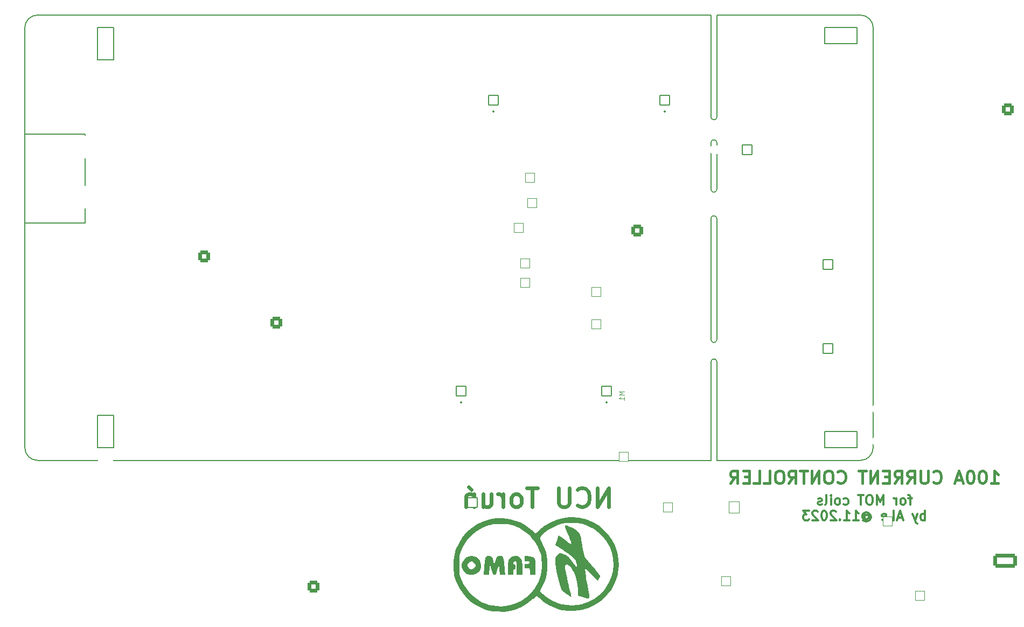
<source format=gbo>
%TF.GenerationSoftware,KiCad,Pcbnew,7.0.1*%
%TF.CreationDate,2023-11-29T10:40:00+01:00*%
%TF.ProjectId,current100A_Artiq,63757272-656e-4743-9130-30415f417274,rev?*%
%TF.SameCoordinates,Original*%
%TF.FileFunction,Legend,Bot*%
%TF.FilePolarity,Positive*%
%FSLAX46Y46*%
G04 Gerber Fmt 4.6, Leading zero omitted, Abs format (unit mm)*
G04 Created by KiCad (PCBNEW 7.0.1) date 2023-11-29 10:40:00*
%MOMM*%
%LPD*%
G01*
G04 APERTURE LIST*
G04 Aperture macros list*
%AMRoundRect*
0 Rectangle with rounded corners*
0 $1 Rounding radius*
0 $2 $3 $4 $5 $6 $7 $8 $9 X,Y pos of 4 corners*
0 Add a 4 corners polygon primitive as box body*
4,1,4,$2,$3,$4,$5,$6,$7,$8,$9,$2,$3,0*
0 Add four circle primitives for the rounded corners*
1,1,$1+$1,$2,$3*
1,1,$1+$1,$4,$5*
1,1,$1+$1,$6,$7*
1,1,$1+$1,$8,$9*
0 Add four rect primitives between the rounded corners*
20,1,$1+$1,$2,$3,$4,$5,0*
20,1,$1+$1,$4,$5,$6,$7,0*
20,1,$1+$1,$6,$7,$8,$9,0*
20,1,$1+$1,$8,$9,$2,$3,0*%
G04 Aperture macros list end*
%ADD10C,0.600000*%
%ADD11C,0.400000*%
%ADD12C,0.300000*%
%ADD13C,0.120000*%
%ADD14C,0.127000*%
%ADD15C,0.150000*%
%ADD16C,0.200000*%
%ADD17RoundRect,0.050000X0.762000X0.762000X-0.762000X0.762000X-0.762000X-0.762000X0.762000X-0.762000X0*%
%ADD18C,1.624000*%
%ADD19RoundRect,0.050000X0.750000X0.750000X-0.750000X0.750000X-0.750000X-0.750000X0.750000X-0.750000X0*%
%ADD20RoundRect,0.050000X-0.750000X-0.750000X0.750000X-0.750000X0.750000X0.750000X-0.750000X0.750000X0*%
%ADD21RoundRect,0.300000X0.600000X0.600000X-0.600000X0.600000X-0.600000X-0.600000X0.600000X-0.600000X0*%
%ADD22C,1.800000*%
%ADD23C,2.350000*%
%ADD24RoundRect,0.050000X0.762000X-0.762000X0.762000X0.762000X-0.762000X0.762000X-0.762000X-0.762000X0*%
%ADD25C,2.100000*%
%ADD26C,5.700000*%
%ADD27RoundRect,0.050000X0.750000X-0.750000X0.750000X0.750000X-0.750000X0.750000X-0.750000X-0.750000X0*%
%ADD28O,2.600000X1.700000*%
%ADD29O,7.100000X3.600000*%
%ADD30C,4.800000*%
%ADD31RoundRect,0.300000X-0.600000X-0.600000X0.600000X-0.600000X0.600000X0.600000X-0.600000X0.600000X0*%
%ADD32O,2.600000X1.600000*%
%ADD33C,0.400000*%
%ADD34RoundRect,0.050000X-0.800000X-0.900000X0.800000X-0.900000X0.800000X0.900000X-0.800000X0.900000X0*%
%ADD35RoundRect,0.299999X1.550001X-0.790001X1.550001X0.790001X-1.550001X0.790001X-1.550001X-0.790001X0*%
%ADD36O,3.700000X2.180000*%
%ADD37RoundRect,0.050000X-0.750000X0.750000X-0.750000X-0.750000X0.750000X-0.750000X0.750000X0.750000X0*%
%ADD38C,3.300000*%
%ADD39RoundRect,0.050000X0.765000X-0.765000X0.765000X0.765000X-0.765000X0.765000X-0.765000X-0.765000X0*%
%ADD40C,1.630000*%
G04 APERTURE END LIST*
D10*
X91868714Y-78372857D02*
X91868714Y-75372857D01*
X91868714Y-75372857D02*
X90154428Y-78372857D01*
X90154428Y-78372857D02*
X90154428Y-75372857D01*
X87011571Y-78087142D02*
X87154428Y-78230000D01*
X87154428Y-78230000D02*
X87583000Y-78372857D01*
X87583000Y-78372857D02*
X87868714Y-78372857D01*
X87868714Y-78372857D02*
X88297285Y-78230000D01*
X88297285Y-78230000D02*
X88583000Y-77944285D01*
X88583000Y-77944285D02*
X88725857Y-77658571D01*
X88725857Y-77658571D02*
X88868714Y-77087142D01*
X88868714Y-77087142D02*
X88868714Y-76658571D01*
X88868714Y-76658571D02*
X88725857Y-76087142D01*
X88725857Y-76087142D02*
X88583000Y-75801428D01*
X88583000Y-75801428D02*
X88297285Y-75515714D01*
X88297285Y-75515714D02*
X87868714Y-75372857D01*
X87868714Y-75372857D02*
X87583000Y-75372857D01*
X87583000Y-75372857D02*
X87154428Y-75515714D01*
X87154428Y-75515714D02*
X87011571Y-75658571D01*
X85725857Y-75372857D02*
X85725857Y-77801428D01*
X85725857Y-77801428D02*
X85583000Y-78087142D01*
X85583000Y-78087142D02*
X85440143Y-78230000D01*
X85440143Y-78230000D02*
X85154428Y-78372857D01*
X85154428Y-78372857D02*
X84583000Y-78372857D01*
X84583000Y-78372857D02*
X84297285Y-78230000D01*
X84297285Y-78230000D02*
X84154428Y-78087142D01*
X84154428Y-78087142D02*
X84011571Y-77801428D01*
X84011571Y-77801428D02*
X84011571Y-75372857D01*
X80725857Y-75372857D02*
X79011572Y-75372857D01*
X79868714Y-78372857D02*
X79868714Y-75372857D01*
X77583000Y-78372857D02*
X77868715Y-78230000D01*
X77868715Y-78230000D02*
X78011572Y-78087142D01*
X78011572Y-78087142D02*
X78154429Y-77801428D01*
X78154429Y-77801428D02*
X78154429Y-76944285D01*
X78154429Y-76944285D02*
X78011572Y-76658571D01*
X78011572Y-76658571D02*
X77868715Y-76515714D01*
X77868715Y-76515714D02*
X77583000Y-76372857D01*
X77583000Y-76372857D02*
X77154429Y-76372857D01*
X77154429Y-76372857D02*
X76868715Y-76515714D01*
X76868715Y-76515714D02*
X76725858Y-76658571D01*
X76725858Y-76658571D02*
X76583000Y-76944285D01*
X76583000Y-76944285D02*
X76583000Y-77801428D01*
X76583000Y-77801428D02*
X76725858Y-78087142D01*
X76725858Y-78087142D02*
X76868715Y-78230000D01*
X76868715Y-78230000D02*
X77154429Y-78372857D01*
X77154429Y-78372857D02*
X77583000Y-78372857D01*
X75297286Y-78372857D02*
X75297286Y-76372857D01*
X75297286Y-76944285D02*
X75154429Y-76658571D01*
X75154429Y-76658571D02*
X75011572Y-76515714D01*
X75011572Y-76515714D02*
X74725857Y-76372857D01*
X74725857Y-76372857D02*
X74440143Y-76372857D01*
X72154429Y-76372857D02*
X72154429Y-78372857D01*
X73440143Y-76372857D02*
X73440143Y-77944285D01*
X73440143Y-77944285D02*
X73297286Y-78230000D01*
X73297286Y-78230000D02*
X73011571Y-78372857D01*
X73011571Y-78372857D02*
X72583000Y-78372857D01*
X72583000Y-78372857D02*
X72297286Y-78230000D01*
X72297286Y-78230000D02*
X72154429Y-78087142D01*
X70725857Y-76372857D02*
X70725857Y-78372857D01*
X70725857Y-76658571D02*
X70583000Y-76515714D01*
X70583000Y-76515714D02*
X70297285Y-76372857D01*
X70297285Y-76372857D02*
X69868714Y-76372857D01*
X69868714Y-76372857D02*
X69583000Y-76515714D01*
X69583000Y-76515714D02*
X69440143Y-76801428D01*
X69440143Y-76801428D02*
X69440143Y-78372857D01*
X69868714Y-75230000D02*
X70297285Y-75658571D01*
D11*
X151984763Y-74685238D02*
X153127620Y-74685238D01*
X152556192Y-74685238D02*
X152556192Y-72685238D01*
X152556192Y-72685238D02*
X152746668Y-72970952D01*
X152746668Y-72970952D02*
X152937144Y-73161428D01*
X152937144Y-73161428D02*
X153127620Y-73256666D01*
X150746668Y-72685238D02*
X150556191Y-72685238D01*
X150556191Y-72685238D02*
X150365715Y-72780476D01*
X150365715Y-72780476D02*
X150270477Y-72875714D01*
X150270477Y-72875714D02*
X150175239Y-73066190D01*
X150175239Y-73066190D02*
X150080001Y-73447142D01*
X150080001Y-73447142D02*
X150080001Y-73923333D01*
X150080001Y-73923333D02*
X150175239Y-74304285D01*
X150175239Y-74304285D02*
X150270477Y-74494761D01*
X150270477Y-74494761D02*
X150365715Y-74590000D01*
X150365715Y-74590000D02*
X150556191Y-74685238D01*
X150556191Y-74685238D02*
X150746668Y-74685238D01*
X150746668Y-74685238D02*
X150937144Y-74590000D01*
X150937144Y-74590000D02*
X151032382Y-74494761D01*
X151032382Y-74494761D02*
X151127620Y-74304285D01*
X151127620Y-74304285D02*
X151222858Y-73923333D01*
X151222858Y-73923333D02*
X151222858Y-73447142D01*
X151222858Y-73447142D02*
X151127620Y-73066190D01*
X151127620Y-73066190D02*
X151032382Y-72875714D01*
X151032382Y-72875714D02*
X150937144Y-72780476D01*
X150937144Y-72780476D02*
X150746668Y-72685238D01*
X148841906Y-72685238D02*
X148651429Y-72685238D01*
X148651429Y-72685238D02*
X148460953Y-72780476D01*
X148460953Y-72780476D02*
X148365715Y-72875714D01*
X148365715Y-72875714D02*
X148270477Y-73066190D01*
X148270477Y-73066190D02*
X148175239Y-73447142D01*
X148175239Y-73447142D02*
X148175239Y-73923333D01*
X148175239Y-73923333D02*
X148270477Y-74304285D01*
X148270477Y-74304285D02*
X148365715Y-74494761D01*
X148365715Y-74494761D02*
X148460953Y-74590000D01*
X148460953Y-74590000D02*
X148651429Y-74685238D01*
X148651429Y-74685238D02*
X148841906Y-74685238D01*
X148841906Y-74685238D02*
X149032382Y-74590000D01*
X149032382Y-74590000D02*
X149127620Y-74494761D01*
X149127620Y-74494761D02*
X149222858Y-74304285D01*
X149222858Y-74304285D02*
X149318096Y-73923333D01*
X149318096Y-73923333D02*
X149318096Y-73447142D01*
X149318096Y-73447142D02*
X149222858Y-73066190D01*
X149222858Y-73066190D02*
X149127620Y-72875714D01*
X149127620Y-72875714D02*
X149032382Y-72780476D01*
X149032382Y-72780476D02*
X148841906Y-72685238D01*
X147413334Y-74113809D02*
X146460953Y-74113809D01*
X147603810Y-74685238D02*
X146937144Y-72685238D01*
X146937144Y-72685238D02*
X146270477Y-74685238D01*
X142937143Y-74494761D02*
X143032381Y-74590000D01*
X143032381Y-74590000D02*
X143318095Y-74685238D01*
X143318095Y-74685238D02*
X143508571Y-74685238D01*
X143508571Y-74685238D02*
X143794286Y-74590000D01*
X143794286Y-74590000D02*
X143984762Y-74399523D01*
X143984762Y-74399523D02*
X144080000Y-74209047D01*
X144080000Y-74209047D02*
X144175238Y-73828095D01*
X144175238Y-73828095D02*
X144175238Y-73542380D01*
X144175238Y-73542380D02*
X144080000Y-73161428D01*
X144080000Y-73161428D02*
X143984762Y-72970952D01*
X143984762Y-72970952D02*
X143794286Y-72780476D01*
X143794286Y-72780476D02*
X143508571Y-72685238D01*
X143508571Y-72685238D02*
X143318095Y-72685238D01*
X143318095Y-72685238D02*
X143032381Y-72780476D01*
X143032381Y-72780476D02*
X142937143Y-72875714D01*
X142080000Y-72685238D02*
X142080000Y-74304285D01*
X142080000Y-74304285D02*
X141984762Y-74494761D01*
X141984762Y-74494761D02*
X141889524Y-74590000D01*
X141889524Y-74590000D02*
X141699048Y-74685238D01*
X141699048Y-74685238D02*
X141318095Y-74685238D01*
X141318095Y-74685238D02*
X141127619Y-74590000D01*
X141127619Y-74590000D02*
X141032381Y-74494761D01*
X141032381Y-74494761D02*
X140937143Y-74304285D01*
X140937143Y-74304285D02*
X140937143Y-72685238D01*
X138841905Y-74685238D02*
X139508572Y-73732857D01*
X139984762Y-74685238D02*
X139984762Y-72685238D01*
X139984762Y-72685238D02*
X139222857Y-72685238D01*
X139222857Y-72685238D02*
X139032381Y-72780476D01*
X139032381Y-72780476D02*
X138937143Y-72875714D01*
X138937143Y-72875714D02*
X138841905Y-73066190D01*
X138841905Y-73066190D02*
X138841905Y-73351904D01*
X138841905Y-73351904D02*
X138937143Y-73542380D01*
X138937143Y-73542380D02*
X139032381Y-73637619D01*
X139032381Y-73637619D02*
X139222857Y-73732857D01*
X139222857Y-73732857D02*
X139984762Y-73732857D01*
X136841905Y-74685238D02*
X137508572Y-73732857D01*
X137984762Y-74685238D02*
X137984762Y-72685238D01*
X137984762Y-72685238D02*
X137222857Y-72685238D01*
X137222857Y-72685238D02*
X137032381Y-72780476D01*
X137032381Y-72780476D02*
X136937143Y-72875714D01*
X136937143Y-72875714D02*
X136841905Y-73066190D01*
X136841905Y-73066190D02*
X136841905Y-73351904D01*
X136841905Y-73351904D02*
X136937143Y-73542380D01*
X136937143Y-73542380D02*
X137032381Y-73637619D01*
X137032381Y-73637619D02*
X137222857Y-73732857D01*
X137222857Y-73732857D02*
X137984762Y-73732857D01*
X135984762Y-73637619D02*
X135318095Y-73637619D01*
X135032381Y-74685238D02*
X135984762Y-74685238D01*
X135984762Y-74685238D02*
X135984762Y-72685238D01*
X135984762Y-72685238D02*
X135032381Y-72685238D01*
X134175238Y-74685238D02*
X134175238Y-72685238D01*
X134175238Y-72685238D02*
X133032381Y-74685238D01*
X133032381Y-74685238D02*
X133032381Y-72685238D01*
X132365714Y-72685238D02*
X131222857Y-72685238D01*
X131794286Y-74685238D02*
X131794286Y-72685238D01*
X127889523Y-74494761D02*
X127984761Y-74590000D01*
X127984761Y-74590000D02*
X128270475Y-74685238D01*
X128270475Y-74685238D02*
X128460951Y-74685238D01*
X128460951Y-74685238D02*
X128746666Y-74590000D01*
X128746666Y-74590000D02*
X128937142Y-74399523D01*
X128937142Y-74399523D02*
X129032380Y-74209047D01*
X129032380Y-74209047D02*
X129127618Y-73828095D01*
X129127618Y-73828095D02*
X129127618Y-73542380D01*
X129127618Y-73542380D02*
X129032380Y-73161428D01*
X129032380Y-73161428D02*
X128937142Y-72970952D01*
X128937142Y-72970952D02*
X128746666Y-72780476D01*
X128746666Y-72780476D02*
X128460951Y-72685238D01*
X128460951Y-72685238D02*
X128270475Y-72685238D01*
X128270475Y-72685238D02*
X127984761Y-72780476D01*
X127984761Y-72780476D02*
X127889523Y-72875714D01*
X126651428Y-72685238D02*
X126270475Y-72685238D01*
X126270475Y-72685238D02*
X126079999Y-72780476D01*
X126079999Y-72780476D02*
X125889523Y-72970952D01*
X125889523Y-72970952D02*
X125794285Y-73351904D01*
X125794285Y-73351904D02*
X125794285Y-74018571D01*
X125794285Y-74018571D02*
X125889523Y-74399523D01*
X125889523Y-74399523D02*
X126079999Y-74590000D01*
X126079999Y-74590000D02*
X126270475Y-74685238D01*
X126270475Y-74685238D02*
X126651428Y-74685238D01*
X126651428Y-74685238D02*
X126841904Y-74590000D01*
X126841904Y-74590000D02*
X127032380Y-74399523D01*
X127032380Y-74399523D02*
X127127618Y-74018571D01*
X127127618Y-74018571D02*
X127127618Y-73351904D01*
X127127618Y-73351904D02*
X127032380Y-72970952D01*
X127032380Y-72970952D02*
X126841904Y-72780476D01*
X126841904Y-72780476D02*
X126651428Y-72685238D01*
X124937142Y-74685238D02*
X124937142Y-72685238D01*
X124937142Y-72685238D02*
X123794285Y-74685238D01*
X123794285Y-74685238D02*
X123794285Y-72685238D01*
X123127618Y-72685238D02*
X121984761Y-72685238D01*
X122556190Y-74685238D02*
X122556190Y-72685238D01*
X120175237Y-74685238D02*
X120841904Y-73732857D01*
X121318094Y-74685238D02*
X121318094Y-72685238D01*
X121318094Y-72685238D02*
X120556189Y-72685238D01*
X120556189Y-72685238D02*
X120365713Y-72780476D01*
X120365713Y-72780476D02*
X120270475Y-72875714D01*
X120270475Y-72875714D02*
X120175237Y-73066190D01*
X120175237Y-73066190D02*
X120175237Y-73351904D01*
X120175237Y-73351904D02*
X120270475Y-73542380D01*
X120270475Y-73542380D02*
X120365713Y-73637619D01*
X120365713Y-73637619D02*
X120556189Y-73732857D01*
X120556189Y-73732857D02*
X121318094Y-73732857D01*
X118937142Y-72685238D02*
X118556189Y-72685238D01*
X118556189Y-72685238D02*
X118365713Y-72780476D01*
X118365713Y-72780476D02*
X118175237Y-72970952D01*
X118175237Y-72970952D02*
X118079999Y-73351904D01*
X118079999Y-73351904D02*
X118079999Y-74018571D01*
X118079999Y-74018571D02*
X118175237Y-74399523D01*
X118175237Y-74399523D02*
X118365713Y-74590000D01*
X118365713Y-74590000D02*
X118556189Y-74685238D01*
X118556189Y-74685238D02*
X118937142Y-74685238D01*
X118937142Y-74685238D02*
X119127618Y-74590000D01*
X119127618Y-74590000D02*
X119318094Y-74399523D01*
X119318094Y-74399523D02*
X119413332Y-74018571D01*
X119413332Y-74018571D02*
X119413332Y-73351904D01*
X119413332Y-73351904D02*
X119318094Y-72970952D01*
X119318094Y-72970952D02*
X119127618Y-72780476D01*
X119127618Y-72780476D02*
X118937142Y-72685238D01*
X116270475Y-74685238D02*
X117222856Y-74685238D01*
X117222856Y-74685238D02*
X117222856Y-72685238D01*
X114651427Y-74685238D02*
X115603808Y-74685238D01*
X115603808Y-74685238D02*
X115603808Y-72685238D01*
X113984760Y-73637619D02*
X113318093Y-73637619D01*
X113032379Y-74685238D02*
X113984760Y-74685238D01*
X113984760Y-74685238D02*
X113984760Y-72685238D01*
X113984760Y-72685238D02*
X113032379Y-72685238D01*
X111032379Y-74685238D02*
X111699046Y-73732857D01*
X112175236Y-74685238D02*
X112175236Y-72685238D01*
X112175236Y-72685238D02*
X111413331Y-72685238D01*
X111413331Y-72685238D02*
X111222855Y-72780476D01*
X111222855Y-72780476D02*
X111127617Y-72875714D01*
X111127617Y-72875714D02*
X111032379Y-73066190D01*
X111032379Y-73066190D02*
X111032379Y-73351904D01*
X111032379Y-73351904D02*
X111127617Y-73542380D01*
X111127617Y-73542380D02*
X111222855Y-73637619D01*
X111222855Y-73637619D02*
X111413331Y-73732857D01*
X111413331Y-73732857D02*
X112175236Y-73732857D01*
D12*
X139544285Y-77031428D02*
X138972857Y-77031428D01*
X139330000Y-78031428D02*
X139330000Y-76745714D01*
X139330000Y-76745714D02*
X139258571Y-76602857D01*
X139258571Y-76602857D02*
X139115714Y-76531428D01*
X139115714Y-76531428D02*
X138972857Y-76531428D01*
X138258571Y-78031428D02*
X138401428Y-77960000D01*
X138401428Y-77960000D02*
X138472857Y-77888571D01*
X138472857Y-77888571D02*
X138544285Y-77745714D01*
X138544285Y-77745714D02*
X138544285Y-77317142D01*
X138544285Y-77317142D02*
X138472857Y-77174285D01*
X138472857Y-77174285D02*
X138401428Y-77102857D01*
X138401428Y-77102857D02*
X138258571Y-77031428D01*
X138258571Y-77031428D02*
X138044285Y-77031428D01*
X138044285Y-77031428D02*
X137901428Y-77102857D01*
X137901428Y-77102857D02*
X137830000Y-77174285D01*
X137830000Y-77174285D02*
X137758571Y-77317142D01*
X137758571Y-77317142D02*
X137758571Y-77745714D01*
X137758571Y-77745714D02*
X137830000Y-77888571D01*
X137830000Y-77888571D02*
X137901428Y-77960000D01*
X137901428Y-77960000D02*
X138044285Y-78031428D01*
X138044285Y-78031428D02*
X138258571Y-78031428D01*
X137115714Y-78031428D02*
X137115714Y-77031428D01*
X137115714Y-77317142D02*
X137044285Y-77174285D01*
X137044285Y-77174285D02*
X136972857Y-77102857D01*
X136972857Y-77102857D02*
X136829999Y-77031428D01*
X136829999Y-77031428D02*
X136687142Y-77031428D01*
X135044286Y-78031428D02*
X135044286Y-76531428D01*
X135044286Y-76531428D02*
X134544286Y-77602857D01*
X134544286Y-77602857D02*
X134044286Y-76531428D01*
X134044286Y-76531428D02*
X134044286Y-78031428D01*
X133044285Y-76531428D02*
X132758571Y-76531428D01*
X132758571Y-76531428D02*
X132615714Y-76602857D01*
X132615714Y-76602857D02*
X132472857Y-76745714D01*
X132472857Y-76745714D02*
X132401428Y-77031428D01*
X132401428Y-77031428D02*
X132401428Y-77531428D01*
X132401428Y-77531428D02*
X132472857Y-77817142D01*
X132472857Y-77817142D02*
X132615714Y-77960000D01*
X132615714Y-77960000D02*
X132758571Y-78031428D01*
X132758571Y-78031428D02*
X133044285Y-78031428D01*
X133044285Y-78031428D02*
X133187143Y-77960000D01*
X133187143Y-77960000D02*
X133330000Y-77817142D01*
X133330000Y-77817142D02*
X133401428Y-77531428D01*
X133401428Y-77531428D02*
X133401428Y-77031428D01*
X133401428Y-77031428D02*
X133330000Y-76745714D01*
X133330000Y-76745714D02*
X133187143Y-76602857D01*
X133187143Y-76602857D02*
X133044285Y-76531428D01*
X131972856Y-76531428D02*
X131115714Y-76531428D01*
X131544285Y-78031428D02*
X131544285Y-76531428D01*
X128830000Y-77960000D02*
X128972857Y-78031428D01*
X128972857Y-78031428D02*
X129258571Y-78031428D01*
X129258571Y-78031428D02*
X129401428Y-77960000D01*
X129401428Y-77960000D02*
X129472857Y-77888571D01*
X129472857Y-77888571D02*
X129544285Y-77745714D01*
X129544285Y-77745714D02*
X129544285Y-77317142D01*
X129544285Y-77317142D02*
X129472857Y-77174285D01*
X129472857Y-77174285D02*
X129401428Y-77102857D01*
X129401428Y-77102857D02*
X129258571Y-77031428D01*
X129258571Y-77031428D02*
X128972857Y-77031428D01*
X128972857Y-77031428D02*
X128830000Y-77102857D01*
X127972857Y-78031428D02*
X128115714Y-77960000D01*
X128115714Y-77960000D02*
X128187143Y-77888571D01*
X128187143Y-77888571D02*
X128258571Y-77745714D01*
X128258571Y-77745714D02*
X128258571Y-77317142D01*
X128258571Y-77317142D02*
X128187143Y-77174285D01*
X128187143Y-77174285D02*
X128115714Y-77102857D01*
X128115714Y-77102857D02*
X127972857Y-77031428D01*
X127972857Y-77031428D02*
X127758571Y-77031428D01*
X127758571Y-77031428D02*
X127615714Y-77102857D01*
X127615714Y-77102857D02*
X127544286Y-77174285D01*
X127544286Y-77174285D02*
X127472857Y-77317142D01*
X127472857Y-77317142D02*
X127472857Y-77745714D01*
X127472857Y-77745714D02*
X127544286Y-77888571D01*
X127544286Y-77888571D02*
X127615714Y-77960000D01*
X127615714Y-77960000D02*
X127758571Y-78031428D01*
X127758571Y-78031428D02*
X127972857Y-78031428D01*
X126830000Y-78031428D02*
X126830000Y-77031428D01*
X126830000Y-76531428D02*
X126901428Y-76602857D01*
X126901428Y-76602857D02*
X126830000Y-76674285D01*
X126830000Y-76674285D02*
X126758571Y-76602857D01*
X126758571Y-76602857D02*
X126830000Y-76531428D01*
X126830000Y-76531428D02*
X126830000Y-76674285D01*
X125901428Y-78031428D02*
X126044285Y-77960000D01*
X126044285Y-77960000D02*
X126115714Y-77817142D01*
X126115714Y-77817142D02*
X126115714Y-76531428D01*
X125401428Y-77960000D02*
X125258571Y-78031428D01*
X125258571Y-78031428D02*
X124972857Y-78031428D01*
X124972857Y-78031428D02*
X124830000Y-77960000D01*
X124830000Y-77960000D02*
X124758571Y-77817142D01*
X124758571Y-77817142D02*
X124758571Y-77745714D01*
X124758571Y-77745714D02*
X124830000Y-77602857D01*
X124830000Y-77602857D02*
X124972857Y-77531428D01*
X124972857Y-77531428D02*
X125187143Y-77531428D01*
X125187143Y-77531428D02*
X125330000Y-77460000D01*
X125330000Y-77460000D02*
X125401428Y-77317142D01*
X125401428Y-77317142D02*
X125401428Y-77245714D01*
X125401428Y-77245714D02*
X125330000Y-77102857D01*
X125330000Y-77102857D02*
X125187143Y-77031428D01*
X125187143Y-77031428D02*
X124972857Y-77031428D01*
X124972857Y-77031428D02*
X124830000Y-77102857D01*
X141615712Y-80461428D02*
X141615712Y-78961428D01*
X141615712Y-79532857D02*
X141472855Y-79461428D01*
X141472855Y-79461428D02*
X141187140Y-79461428D01*
X141187140Y-79461428D02*
X141044283Y-79532857D01*
X141044283Y-79532857D02*
X140972855Y-79604285D01*
X140972855Y-79604285D02*
X140901426Y-79747142D01*
X140901426Y-79747142D02*
X140901426Y-80175714D01*
X140901426Y-80175714D02*
X140972855Y-80318571D01*
X140972855Y-80318571D02*
X141044283Y-80390000D01*
X141044283Y-80390000D02*
X141187140Y-80461428D01*
X141187140Y-80461428D02*
X141472855Y-80461428D01*
X141472855Y-80461428D02*
X141615712Y-80390000D01*
X140401426Y-79461428D02*
X140044283Y-80461428D01*
X139687140Y-79461428D02*
X140044283Y-80461428D01*
X140044283Y-80461428D02*
X140187140Y-80818571D01*
X140187140Y-80818571D02*
X140258569Y-80890000D01*
X140258569Y-80890000D02*
X140401426Y-80961428D01*
X138044283Y-80032857D02*
X137329998Y-80032857D01*
X138187140Y-80461428D02*
X137687140Y-78961428D01*
X137687140Y-78961428D02*
X137187140Y-80461428D01*
X135972855Y-80461428D02*
X136687141Y-80461428D01*
X136687141Y-80461428D02*
X136687141Y-78961428D01*
X134901426Y-80390000D02*
X135044283Y-80461428D01*
X135044283Y-80461428D02*
X135329998Y-80461428D01*
X135329998Y-80461428D02*
X135472855Y-80390000D01*
X135472855Y-80390000D02*
X135544283Y-80247142D01*
X135544283Y-80247142D02*
X135544283Y-79675714D01*
X135544283Y-79675714D02*
X135472855Y-79532857D01*
X135472855Y-79532857D02*
X135329998Y-79461428D01*
X135329998Y-79461428D02*
X135044283Y-79461428D01*
X135044283Y-79461428D02*
X134901426Y-79532857D01*
X134901426Y-79532857D02*
X134829998Y-79675714D01*
X134829998Y-79675714D02*
X134829998Y-79818571D01*
X134829998Y-79818571D02*
X135544283Y-79961428D01*
X132115712Y-79747142D02*
X132187141Y-79675714D01*
X132187141Y-79675714D02*
X132329998Y-79604285D01*
X132329998Y-79604285D02*
X132472855Y-79604285D01*
X132472855Y-79604285D02*
X132615712Y-79675714D01*
X132615712Y-79675714D02*
X132687141Y-79747142D01*
X132687141Y-79747142D02*
X132758569Y-79890000D01*
X132758569Y-79890000D02*
X132758569Y-80032857D01*
X132758569Y-80032857D02*
X132687141Y-80175714D01*
X132687141Y-80175714D02*
X132615712Y-80247142D01*
X132615712Y-80247142D02*
X132472855Y-80318571D01*
X132472855Y-80318571D02*
X132329998Y-80318571D01*
X132329998Y-80318571D02*
X132187141Y-80247142D01*
X132187141Y-80247142D02*
X132115712Y-80175714D01*
X132115712Y-79604285D02*
X132115712Y-80175714D01*
X132115712Y-80175714D02*
X132044284Y-80247142D01*
X132044284Y-80247142D02*
X131972855Y-80247142D01*
X131972855Y-80247142D02*
X131829998Y-80175714D01*
X131829998Y-80175714D02*
X131758569Y-80032857D01*
X131758569Y-80032857D02*
X131758569Y-79675714D01*
X131758569Y-79675714D02*
X131901427Y-79461428D01*
X131901427Y-79461428D02*
X132115712Y-79318571D01*
X132115712Y-79318571D02*
X132401427Y-79247142D01*
X132401427Y-79247142D02*
X132687141Y-79318571D01*
X132687141Y-79318571D02*
X132901427Y-79461428D01*
X132901427Y-79461428D02*
X133044284Y-79675714D01*
X133044284Y-79675714D02*
X133115712Y-79961428D01*
X133115712Y-79961428D02*
X133044284Y-80247142D01*
X133044284Y-80247142D02*
X132901427Y-80461428D01*
X132901427Y-80461428D02*
X132687141Y-80604285D01*
X132687141Y-80604285D02*
X132401427Y-80675714D01*
X132401427Y-80675714D02*
X132115712Y-80604285D01*
X132115712Y-80604285D02*
X131901427Y-80461428D01*
X130329998Y-80461428D02*
X131187141Y-80461428D01*
X130758570Y-80461428D02*
X130758570Y-78961428D01*
X130758570Y-78961428D02*
X130901427Y-79175714D01*
X130901427Y-79175714D02*
X131044284Y-79318571D01*
X131044284Y-79318571D02*
X131187141Y-79390000D01*
X128901427Y-80461428D02*
X129758570Y-80461428D01*
X129329999Y-80461428D02*
X129329999Y-78961428D01*
X129329999Y-78961428D02*
X129472856Y-79175714D01*
X129472856Y-79175714D02*
X129615713Y-79318571D01*
X129615713Y-79318571D02*
X129758570Y-79390000D01*
X128258571Y-80318571D02*
X128187142Y-80390000D01*
X128187142Y-80390000D02*
X128258571Y-80461428D01*
X128258571Y-80461428D02*
X128329999Y-80390000D01*
X128329999Y-80390000D02*
X128258571Y-80318571D01*
X128258571Y-80318571D02*
X128258571Y-80461428D01*
X127615713Y-79104285D02*
X127544285Y-79032857D01*
X127544285Y-79032857D02*
X127401428Y-78961428D01*
X127401428Y-78961428D02*
X127044285Y-78961428D01*
X127044285Y-78961428D02*
X126901428Y-79032857D01*
X126901428Y-79032857D02*
X126829999Y-79104285D01*
X126829999Y-79104285D02*
X126758570Y-79247142D01*
X126758570Y-79247142D02*
X126758570Y-79390000D01*
X126758570Y-79390000D02*
X126829999Y-79604285D01*
X126829999Y-79604285D02*
X127687142Y-80461428D01*
X127687142Y-80461428D02*
X126758570Y-80461428D01*
X125829999Y-78961428D02*
X125687142Y-78961428D01*
X125687142Y-78961428D02*
X125544285Y-79032857D01*
X125544285Y-79032857D02*
X125472857Y-79104285D01*
X125472857Y-79104285D02*
X125401428Y-79247142D01*
X125401428Y-79247142D02*
X125329999Y-79532857D01*
X125329999Y-79532857D02*
X125329999Y-79890000D01*
X125329999Y-79890000D02*
X125401428Y-80175714D01*
X125401428Y-80175714D02*
X125472857Y-80318571D01*
X125472857Y-80318571D02*
X125544285Y-80390000D01*
X125544285Y-80390000D02*
X125687142Y-80461428D01*
X125687142Y-80461428D02*
X125829999Y-80461428D01*
X125829999Y-80461428D02*
X125972857Y-80390000D01*
X125972857Y-80390000D02*
X126044285Y-80318571D01*
X126044285Y-80318571D02*
X126115714Y-80175714D01*
X126115714Y-80175714D02*
X126187142Y-79890000D01*
X126187142Y-79890000D02*
X126187142Y-79532857D01*
X126187142Y-79532857D02*
X126115714Y-79247142D01*
X126115714Y-79247142D02*
X126044285Y-79104285D01*
X126044285Y-79104285D02*
X125972857Y-79032857D01*
X125972857Y-79032857D02*
X125829999Y-78961428D01*
X124758571Y-79104285D02*
X124687143Y-79032857D01*
X124687143Y-79032857D02*
X124544286Y-78961428D01*
X124544286Y-78961428D02*
X124187143Y-78961428D01*
X124187143Y-78961428D02*
X124044286Y-79032857D01*
X124044286Y-79032857D02*
X123972857Y-79104285D01*
X123972857Y-79104285D02*
X123901428Y-79247142D01*
X123901428Y-79247142D02*
X123901428Y-79390000D01*
X123901428Y-79390000D02*
X123972857Y-79604285D01*
X123972857Y-79604285D02*
X124830000Y-80461428D01*
X124830000Y-80461428D02*
X123901428Y-80461428D01*
X123401429Y-78961428D02*
X122472857Y-78961428D01*
X122472857Y-78961428D02*
X122972857Y-79532857D01*
X122972857Y-79532857D02*
X122758572Y-79532857D01*
X122758572Y-79532857D02*
X122615715Y-79604285D01*
X122615715Y-79604285D02*
X122544286Y-79675714D01*
X122544286Y-79675714D02*
X122472857Y-79818571D01*
X122472857Y-79818571D02*
X122472857Y-80175714D01*
X122472857Y-80175714D02*
X122544286Y-80318571D01*
X122544286Y-80318571D02*
X122615715Y-80390000D01*
X122615715Y-80390000D02*
X122758572Y-80461428D01*
X122758572Y-80461428D02*
X123187143Y-80461428D01*
X123187143Y-80461428D02*
X123330000Y-80390000D01*
X123330000Y-80390000D02*
X123401429Y-80318571D01*
D13*
%TO.C,M1*%
X94350095Y-60261581D02*
X93550095Y-60261581D01*
X93550095Y-60261581D02*
X94121523Y-60528247D01*
X94121523Y-60528247D02*
X93550095Y-60794914D01*
X93550095Y-60794914D02*
X94350095Y-60794914D01*
X94350095Y-61594914D02*
X94350095Y-61137771D01*
X94350095Y-61366343D02*
X93550095Y-61366343D01*
X93550095Y-61366343D02*
X93664380Y-61290152D01*
X93664380Y-61290152D02*
X93740571Y-61213962D01*
X93740571Y-61213962D02*
X93778666Y-61137771D01*
%TO.C,G1*%
G36*
X79006700Y-86074153D02*
G01*
X79040308Y-86074553D01*
X79526694Y-86126377D01*
X79922058Y-86256332D01*
X80192033Y-86453422D01*
X80266933Y-86550738D01*
X80319962Y-86661843D01*
X80353757Y-86816321D01*
X80372597Y-87045657D01*
X80380763Y-87381339D01*
X80382533Y-87854854D01*
X80382533Y-89035467D01*
X79963425Y-89035467D01*
X79544317Y-89035467D01*
X79518925Y-88548633D01*
X79493533Y-88061800D01*
X79091366Y-88035994D01*
X78689200Y-88010189D01*
X78689200Y-87676161D01*
X78689200Y-87342133D01*
X79061141Y-87342133D01*
X79133605Y-87340119D01*
X79391654Y-87284257D01*
X79509960Y-87177405D01*
X79490042Y-87054158D01*
X79333416Y-86949115D01*
X79041602Y-86896871D01*
X78689200Y-86882818D01*
X78689200Y-86477475D01*
X78689200Y-86072133D01*
X79006700Y-86074153D01*
G37*
G36*
X71820104Y-87512819D02*
G01*
X71831200Y-87586610D01*
X71803412Y-87917492D01*
X71645123Y-88363273D01*
X71344565Y-88717957D01*
X70899262Y-88985261D01*
X70577977Y-89082762D01*
X70114728Y-89081386D01*
X69659999Y-88916047D01*
X69226064Y-88589648D01*
X69225587Y-88589186D01*
X68950373Y-88220821D01*
X68819268Y-87814277D01*
X68820043Y-87396352D01*
X68823520Y-87384729D01*
X69742527Y-87384729D01*
X69742698Y-87671837D01*
X69890012Y-87965715D01*
X70077314Y-88131391D01*
X70349533Y-88188800D01*
X70595683Y-88144047D01*
X70809055Y-87965715D01*
X70824206Y-87946236D01*
X70956912Y-87720664D01*
X70961934Y-87512819D01*
X70842467Y-87254760D01*
X70687974Y-87070515D01*
X70421381Y-86955097D01*
X70106557Y-86999275D01*
X69880887Y-87142815D01*
X69742527Y-87384729D01*
X68823520Y-87384729D01*
X68940467Y-86993847D01*
X69168312Y-86633560D01*
X69491347Y-86342289D01*
X69897344Y-86146834D01*
X70374073Y-86073993D01*
X70820318Y-86140167D01*
X71229536Y-86347108D01*
X71549107Y-86672408D01*
X71757005Y-87093198D01*
X71820104Y-87512819D01*
G37*
G36*
X77523017Y-86118565D02*
G01*
X77869661Y-86276193D01*
X78146689Y-86554639D01*
X78212135Y-86675740D01*
X78262117Y-86843999D01*
X78296566Y-87084921D01*
X78319991Y-87430726D01*
X78336902Y-87913633D01*
X78367147Y-89035467D01*
X77893174Y-89035467D01*
X77419200Y-89035467D01*
X77419200Y-87986192D01*
X77419077Y-87866747D01*
X77414892Y-87458334D01*
X77401976Y-87184006D01*
X77376572Y-87015301D01*
X77334922Y-86923758D01*
X77273267Y-86880917D01*
X77173934Y-86869573D01*
X77019267Y-86972707D01*
X76933905Y-87127588D01*
X76935426Y-87302039D01*
X77080533Y-87402268D01*
X77174484Y-87448296D01*
X77234265Y-87573102D01*
X77249866Y-87817675D01*
X77249858Y-87827676D01*
X77237278Y-88057247D01*
X77187440Y-88163148D01*
X77080533Y-88188800D01*
X77041367Y-88190611D01*
X76957956Y-88231578D01*
X76920115Y-88358216D01*
X76911200Y-88612133D01*
X76911200Y-89035467D01*
X76487866Y-89035467D01*
X76064533Y-89035467D01*
X76064533Y-88016747D01*
X76064824Y-87914682D01*
X76080433Y-87361617D01*
X76120608Y-86962716D01*
X76186438Y-86706268D01*
X76219138Y-86635985D01*
X76454819Y-86340465D01*
X76776653Y-86153713D01*
X77145701Y-86078743D01*
X77523017Y-86118565D01*
G37*
G36*
X74866068Y-86072255D02*
G01*
X75075385Y-86095789D01*
X75229901Y-86175757D01*
X75340011Y-86334733D01*
X75416111Y-86595293D01*
X75468597Y-86980013D01*
X75507864Y-87511467D01*
X75529930Y-87854675D01*
X75559608Y-88247061D01*
X75588509Y-88564656D01*
X75612674Y-88760300D01*
X75660045Y-89035467D01*
X75237358Y-89035467D01*
X74814670Y-89035467D01*
X74754359Y-88231025D01*
X74714327Y-87819577D01*
X74668349Y-87571207D01*
X74617213Y-87489166D01*
X74561541Y-87574443D01*
X74501953Y-87828031D01*
X74477406Y-87950348D01*
X74403298Y-88266747D01*
X74317014Y-88590967D01*
X74291548Y-88677447D01*
X74207632Y-88901924D01*
X74117913Y-89008475D01*
X73994559Y-89035467D01*
X73908914Y-89029673D01*
X73771079Y-88972476D01*
X73665101Y-88831103D01*
X73574083Y-88577516D01*
X73481124Y-88183683D01*
X73476564Y-88162145D01*
X73389337Y-87801814D01*
X73310120Y-87563970D01*
X73245447Y-87459455D01*
X73201851Y-87499111D01*
X73185866Y-87693780D01*
X73181273Y-87858387D01*
X73161518Y-88177176D01*
X73131472Y-88515047D01*
X73077077Y-89035467D01*
X72656050Y-89035467D01*
X72235022Y-89035467D01*
X72285213Y-88590967D01*
X72315368Y-88297951D01*
X72351559Y-87902096D01*
X72383537Y-87511467D01*
X72401108Y-87289746D01*
X72448917Y-86821105D01*
X72509049Y-86489656D01*
X72593128Y-86272217D01*
X72712779Y-86145604D01*
X72879627Y-86086637D01*
X73105296Y-86072133D01*
X73180039Y-86074287D01*
X73393834Y-86123504D01*
X73549629Y-86258665D01*
X73669981Y-86507473D01*
X73777449Y-86897633D01*
X73823345Y-87074081D01*
X73890556Y-87267113D01*
X73942430Y-87342133D01*
X73991471Y-87274931D01*
X74067480Y-87084748D01*
X74151409Y-86814705D01*
X74229960Y-86556856D01*
X74318919Y-86314165D01*
X74387324Y-86179705D01*
X74420223Y-86153487D01*
X74597889Y-86095334D01*
X74845059Y-86072133D01*
X74866068Y-86072255D01*
G37*
G36*
X85204766Y-81266536D02*
G01*
X85445974Y-81349121D01*
X85757415Y-81476708D01*
X86093555Y-81629332D01*
X86408860Y-81787031D01*
X86657797Y-81929839D01*
X86970482Y-82150018D01*
X87266536Y-82437652D01*
X87446195Y-82750621D01*
X87537028Y-83126445D01*
X87550856Y-83223365D01*
X87605942Y-83559252D01*
X87679670Y-83966903D01*
X87760018Y-84378800D01*
X87788398Y-84520525D01*
X87871727Y-84958971D01*
X87946453Y-85381460D01*
X87999166Y-85713176D01*
X88008185Y-85775165D01*
X88051026Y-86006169D01*
X88115679Y-86192324D01*
X88226080Y-86375312D01*
X88406165Y-86596813D01*
X88679872Y-86898509D01*
X88847505Y-87084776D01*
X89192368Y-87486266D01*
X89575721Y-87949616D01*
X89959593Y-88427922D01*
X90306010Y-88874283D01*
X90576999Y-89241793D01*
X90586608Y-89258748D01*
X90569523Y-89416565D01*
X90414826Y-89663867D01*
X90175855Y-89977175D01*
X89247705Y-89040654D01*
X89060899Y-88853442D01*
X88758854Y-88556566D01*
X88509609Y-88318968D01*
X88334994Y-88161280D01*
X88256835Y-88104133D01*
X88238119Y-88116952D01*
X88213817Y-88251577D01*
X88219201Y-88507018D01*
X88250842Y-88851118D01*
X88305312Y-89251720D01*
X88379180Y-89676667D01*
X88469017Y-90093800D01*
X88525631Y-90340752D01*
X88624200Y-90827067D01*
X88709182Y-91316317D01*
X88775919Y-91774863D01*
X88819755Y-92169062D01*
X88836033Y-92465274D01*
X88820095Y-92629858D01*
X88768578Y-92708907D01*
X88661691Y-92749283D01*
X88477437Y-92735302D01*
X88189034Y-92664535D01*
X87769700Y-92534551D01*
X87071200Y-92307622D01*
X87071200Y-91833490D01*
X87052919Y-91307101D01*
X86968195Y-90534152D01*
X86823552Y-89780804D01*
X86629030Y-89096089D01*
X86394666Y-88529033D01*
X86270137Y-88325018D01*
X86078169Y-88066271D01*
X85857650Y-87802950D01*
X85640230Y-87570713D01*
X85457556Y-87405221D01*
X85341277Y-87342133D01*
X85275104Y-87369092D01*
X85162645Y-87514902D01*
X85074711Y-87736220D01*
X85039200Y-87974630D01*
X85039251Y-87978963D01*
X85060060Y-88143807D01*
X85113235Y-88431736D01*
X85190990Y-88803408D01*
X85285540Y-89219479D01*
X85364223Y-89556644D01*
X85500756Y-90154022D01*
X85638078Y-90767020D01*
X85755874Y-91305537D01*
X85761274Y-91330636D01*
X85850936Y-91738542D01*
X85931978Y-92092029D01*
X85995689Y-92353993D01*
X86033356Y-92487331D01*
X85994510Y-92498922D01*
X85843328Y-92426259D01*
X85603665Y-92281177D01*
X85300180Y-92077459D01*
X84513515Y-91528198D01*
X84224173Y-90599332D01*
X84192686Y-90496630D01*
X84018164Y-89868831D01*
X83857889Y-89198836D01*
X83719658Y-88527233D01*
X83611268Y-87894612D01*
X83540516Y-87341563D01*
X83515200Y-86908672D01*
X83522335Y-86593520D01*
X83556390Y-86378178D01*
X83635709Y-86211348D01*
X83778633Y-86031991D01*
X83857494Y-85948311D01*
X84058840Y-85776093D01*
X84223133Y-85686587D01*
X84242687Y-85682472D01*
X84485845Y-85695551D01*
X84803332Y-85786463D01*
X85139014Y-85935101D01*
X85436756Y-86121354D01*
X85478460Y-86153815D01*
X85593789Y-86253461D01*
X85716335Y-86379721D01*
X85864303Y-86554857D01*
X86055899Y-86801130D01*
X86309325Y-87140801D01*
X86642789Y-87596133D01*
X86920571Y-87977133D01*
X86863892Y-87440991D01*
X86829796Y-87183814D01*
X86776043Y-86902041D01*
X86721747Y-86721324D01*
X86686147Y-86669841D01*
X86521036Y-86505066D01*
X86251515Y-86274406D01*
X85902017Y-85996553D01*
X85496978Y-85690196D01*
X85060831Y-85374025D01*
X84618012Y-85066732D01*
X84192954Y-84787006D01*
X83536043Y-84368883D01*
X83686046Y-83887008D01*
X83751696Y-83683308D01*
X83860245Y-83369208D01*
X83950791Y-83131925D01*
X84065533Y-82858716D01*
X84700533Y-83291690D01*
X84788124Y-83352051D01*
X85126496Y-83595232D01*
X85439665Y-83833871D01*
X85669357Y-84023926D01*
X85805684Y-84136612D01*
X85960212Y-84234169D01*
X86032135Y-84236328D01*
X86033751Y-84225315D01*
X86007768Y-84084235D01*
X85933516Y-83831299D01*
X85824437Y-83504191D01*
X85693970Y-83140597D01*
X85555557Y-82778203D01*
X85422638Y-82454694D01*
X85308652Y-82207756D01*
X85226660Y-82027462D01*
X85130330Y-81751541D01*
X85070437Y-81500052D01*
X85056587Y-81316936D01*
X85098390Y-81246133D01*
X85204766Y-81266536D01*
G37*
G36*
X93478644Y-87502800D02*
G01*
X93483147Y-87671247D01*
X93459785Y-88053876D01*
X93337075Y-88958181D01*
X93111405Y-89788571D01*
X92766787Y-90595280D01*
X92287232Y-91428539D01*
X92104469Y-91698785D01*
X91431010Y-92501075D01*
X90631169Y-93204681D01*
X89721970Y-93796082D01*
X88720433Y-94261757D01*
X88292180Y-94413069D01*
X87716393Y-94567812D01*
X87127198Y-94660728D01*
X86474247Y-94698964D01*
X85707194Y-94689673D01*
X85344423Y-94674009D01*
X84905961Y-94642593D01*
X84554389Y-94595286D01*
X84240153Y-94524737D01*
X83913698Y-94423594D01*
X83611526Y-94315672D01*
X82612690Y-93873079D01*
X81735708Y-93335767D01*
X80958343Y-92690699D01*
X80560486Y-92309988D01*
X80010570Y-92824407D01*
X79982238Y-92850804D01*
X79105294Y-93564924D01*
X78173778Y-94124760D01*
X77167066Y-94540760D01*
X76064533Y-94823371D01*
X76046649Y-94826157D01*
X75858466Y-94838365D01*
X75546997Y-94844897D01*
X75151158Y-94845300D01*
X74709866Y-94839123D01*
X74235021Y-94823335D01*
X73723460Y-94785374D01*
X73291765Y-94722474D01*
X72889533Y-94628810D01*
X72746540Y-94586751D01*
X72134515Y-94358217D01*
X71483408Y-94051207D01*
X70857674Y-93698272D01*
X70321768Y-93331967D01*
X69743479Y-92830439D01*
X69034525Y-92032703D01*
X68437961Y-91130599D01*
X67969001Y-90148108D01*
X67642858Y-89109209D01*
X67580555Y-88761926D01*
X67527577Y-88184932D01*
X67513453Y-87627294D01*
X68407661Y-87627294D01*
X68409994Y-88111111D01*
X68420795Y-88473355D01*
X68444746Y-88753754D01*
X68486529Y-88992032D01*
X68550828Y-89227916D01*
X68642324Y-89501133D01*
X69041579Y-90439942D01*
X69591653Y-91343982D01*
X70260745Y-92130423D01*
X71043828Y-92794303D01*
X71935877Y-93330663D01*
X72931866Y-93734544D01*
X73055610Y-93771801D01*
X73652650Y-93901687D01*
X74322505Y-93983414D01*
X75007432Y-94013896D01*
X75649689Y-93990046D01*
X76191533Y-93908777D01*
X77101132Y-93639039D01*
X78075333Y-93200925D01*
X78939981Y-92635039D01*
X79692419Y-91943503D01*
X80329992Y-91128435D01*
X80850040Y-90191957D01*
X80872974Y-90141993D01*
X81097597Y-89598407D01*
X81251593Y-89087850D01*
X81343927Y-88560633D01*
X81383564Y-87967068D01*
X81379467Y-87257467D01*
X81376587Y-87162519D01*
X81356696Y-86686748D01*
X81326696Y-86324266D01*
X81279312Y-86027130D01*
X81207271Y-85747400D01*
X81103301Y-85437133D01*
X80735231Y-84582374D01*
X80185954Y-83684458D01*
X79815255Y-83252707D01*
X81125414Y-83252707D01*
X81163266Y-83464298D01*
X81281981Y-83751351D01*
X81478937Y-84151889D01*
X81508436Y-84211109D01*
X81821078Y-84892059D01*
X82040195Y-85504975D01*
X82179393Y-86107453D01*
X82252274Y-86757085D01*
X82272441Y-87511467D01*
X82260241Y-87967068D01*
X82254616Y-88177144D01*
X82184408Y-88853350D01*
X82048155Y-89474645D01*
X81832381Y-90100008D01*
X81523607Y-90788419D01*
X81410974Y-91022403D01*
X81273479Y-91316074D01*
X81179401Y-91527331D01*
X81144533Y-91621471D01*
X81183970Y-91691714D01*
X81326907Y-91850543D01*
X81542938Y-92059646D01*
X81798899Y-92288494D01*
X82061626Y-92506557D01*
X82297955Y-92683304D01*
X82320162Y-92698497D01*
X83020932Y-93110039D01*
X83796055Y-93454696D01*
X84561931Y-93695105D01*
X84633369Y-93711587D01*
X85366910Y-93822540D01*
X86167889Y-93855618D01*
X86963630Y-93810971D01*
X87681455Y-93688747D01*
X87846897Y-93645319D01*
X88751787Y-93312676D01*
X89621195Y-92838051D01*
X90418245Y-92244425D01*
X91106056Y-91554778D01*
X91401391Y-91180531D01*
X91930170Y-90323114D01*
X92311369Y-89412683D01*
X92546621Y-88466743D01*
X92637561Y-87502800D01*
X92585822Y-86538361D01*
X92393039Y-85590932D01*
X92060846Y-84678018D01*
X91590878Y-83817126D01*
X90984767Y-83025761D01*
X90244149Y-82321429D01*
X89982981Y-82126942D01*
X89430955Y-81784659D01*
X88811200Y-81465882D01*
X88186974Y-81201904D01*
X87621533Y-81024017D01*
X87574459Y-81013058D01*
X87032020Y-80927958D01*
X86398580Y-80886174D01*
X85737799Y-80887763D01*
X85113337Y-80932782D01*
X84588853Y-81021288D01*
X84042599Y-81183014D01*
X83158580Y-81559718D01*
X82320797Y-82053397D01*
X81583523Y-82634910D01*
X81523246Y-82690446D01*
X81302782Y-82903805D01*
X81171045Y-83078551D01*
X81125414Y-83252707D01*
X79815255Y-83252707D01*
X79512863Y-82900512D01*
X78720374Y-82234803D01*
X77812904Y-81691598D01*
X76794869Y-81275162D01*
X76725813Y-81252738D01*
X76423064Y-81163524D01*
X76143640Y-81103976D01*
X75839396Y-81067962D01*
X75462186Y-81049352D01*
X74963866Y-81042017D01*
X74542437Y-81042395D01*
X74122807Y-81055385D01*
X73785154Y-81086965D01*
X73480830Y-81142093D01*
X73161187Y-81225726D01*
X73022470Y-81267381D01*
X72019393Y-81663781D01*
X71115303Y-82195126D01*
X70317986Y-82854008D01*
X69635232Y-83633019D01*
X69074827Y-84524752D01*
X68644561Y-85521800D01*
X68631723Y-85559007D01*
X68544320Y-85827659D01*
X68483294Y-86065701D01*
X68443887Y-86313118D01*
X68421341Y-86609895D01*
X68410898Y-86996016D01*
X68407800Y-87511467D01*
X68407661Y-87627294D01*
X67513453Y-87627294D01*
X67511305Y-87542498D01*
X67531150Y-86892179D01*
X67586521Y-86291533D01*
X67676826Y-85798113D01*
X67888725Y-85102810D01*
X68332169Y-84090900D01*
X68901603Y-83175952D01*
X69584232Y-82365968D01*
X70367257Y-81668952D01*
X71237882Y-81092906D01*
X72183308Y-80645834D01*
X73190739Y-80335738D01*
X74247378Y-80170621D01*
X75340426Y-80158485D01*
X76457087Y-80307335D01*
X76506784Y-80317846D01*
X77278233Y-80539658D01*
X78062798Y-80864168D01*
X78814890Y-81267144D01*
X79488923Y-81724352D01*
X80039309Y-82211560D01*
X80143552Y-82314711D01*
X80315100Y-82459353D01*
X80422473Y-82516133D01*
X80426189Y-82515830D01*
X80533170Y-82451334D01*
X80715184Y-82296129D01*
X80935030Y-82081743D01*
X81079226Y-81938199D01*
X81848653Y-81310066D01*
X82726761Y-80791308D01*
X83688120Y-80392896D01*
X84707298Y-80125798D01*
X85758866Y-80000985D01*
X86150553Y-79992726D01*
X87251941Y-80080646D01*
X88316526Y-80329315D01*
X89329078Y-80733118D01*
X90274368Y-81286441D01*
X91137168Y-81983671D01*
X91744580Y-82615793D01*
X92407739Y-83505984D01*
X92914248Y-84459226D01*
X93263034Y-85472919D01*
X93453025Y-86544459D01*
X93478644Y-87502800D01*
G37*
D14*
%TO.C,M1*%
X107966920Y-71068000D02*
X2126920Y-71068000D01*
X107966920Y-71068000D02*
X107966920Y-55575200D01*
X108906920Y-71068000D02*
X108906920Y-55575200D01*
X131466920Y-71068000D02*
X108906920Y-71068000D01*
D15*
X11551920Y-69088000D02*
X11551920Y-64008000D01*
X14091920Y-69088000D02*
X11551920Y-69088000D01*
X125851920Y-69088000D02*
X130931920Y-69088000D01*
X130931920Y-69088000D02*
X130931920Y-66548000D01*
D14*
X126920Y-69068000D02*
X126920Y-3068000D01*
D15*
X125851920Y-66548000D02*
X125851920Y-69088000D01*
X130931920Y-66548000D02*
X125851920Y-66548000D01*
X11551920Y-64008000D02*
X14091920Y-64008000D01*
X14091920Y-64008000D02*
X14091920Y-69088000D01*
D14*
X107966920Y-52070000D02*
X107966920Y-33070800D01*
X108906920Y-52070000D02*
X108906920Y-33070800D01*
D15*
X134620Y-33756600D02*
X9621520Y-33756600D01*
X9621520Y-33756600D02*
X9621520Y-19748500D01*
D14*
X107966920Y-28448000D02*
X107966920Y-21132800D01*
X108906920Y-28448000D02*
X108906920Y-21132800D01*
D15*
X9621520Y-19748500D02*
X134620Y-19748500D01*
D14*
X107966920Y-17068800D02*
X107966920Y-1068000D01*
X108906920Y-17068800D02*
X108906920Y-1068000D01*
D15*
X11551920Y-8128000D02*
X11551920Y-3048000D01*
X14091920Y-8128000D02*
X11551920Y-8128000D01*
X125851920Y-5588000D02*
X125851920Y-3048000D01*
X130931920Y-5588000D02*
X125851920Y-5588000D01*
D14*
X133466920Y-3068000D02*
X133466920Y-69068000D01*
D15*
X11551920Y-3048000D02*
X14091920Y-3048000D01*
X14091920Y-3048000D02*
X14091920Y-8128000D01*
X125851920Y-3048000D02*
X130931920Y-3048000D01*
X130931920Y-3048000D02*
X130931920Y-5588000D01*
D14*
X2126920Y-1068000D02*
X107966920Y-1068000D01*
X108906920Y-1068000D02*
X131466920Y-1068000D01*
X126920Y-69068000D02*
G75*
G03*
X2126920Y-71068000I1999999J-1D01*
G01*
X131466920Y-71068000D02*
G75*
G03*
X133466920Y-69068000I1J1999999D01*
G01*
X108906920Y-55575199D02*
G75*
G03*
X107966920Y-55575200I-470000J-7462D01*
G01*
X107966920Y-52070001D02*
G75*
G03*
X108906920Y-52070000I470000J7462D01*
G01*
X108906920Y-33070799D02*
G75*
G03*
X107966920Y-33070800I-470000J-7461D01*
G01*
X107966920Y-28448001D02*
G75*
G03*
X108906920Y-28448000I470000J7461D01*
G01*
X108906920Y-21132799D02*
G75*
G03*
X107966920Y-21132800I-470000J-7461D01*
G01*
X107966920Y-17068801D02*
G75*
G03*
X108906920Y-17068800I470000J7461D01*
G01*
X2126920Y-1068000D02*
G75*
G03*
X126920Y-3068000I0J-2000000D01*
G01*
X133466920Y-3068000D02*
G75*
G03*
X131466920Y-1068000I-2000000J0D01*
G01*
D16*
X68806920Y-61948000D02*
G75*
G03*
X68806920Y-61948000I-100000J0D01*
G01*
X91666920Y-61948000D02*
G75*
G03*
X91666920Y-61948000I-100000J0D01*
G01*
X73886920Y-16228000D02*
G75*
G03*
X73886920Y-16228000I-100000J0D01*
G01*
X100810920Y-16228000D02*
G75*
G03*
X100810920Y-16228000I-100000J0D01*
G01*
%TD*%
%LPC*%
D17*
%TO.C,U33*%
X113665000Y-22225000D03*
D18*
X111125000Y-22225000D03*
X108585000Y-22225000D03*
X106045000Y-22225000D03*
%TD*%
D19*
%TO.C,PP2*%
X78740000Y-40132000D03*
%TD*%
D20*
%TO.C,PP5*%
X89916000Y-49657000D03*
%TD*%
D19*
%TO.C,PP1*%
X78740000Y-43180000D03*
%TD*%
D21*
%TO.C,J4*%
X45466000Y-90932000D03*
D22*
X42926000Y-90932000D03*
X45466000Y-88392000D03*
X42926000Y-88392000D03*
X45466000Y-85852000D03*
X42926000Y-85852000D03*
X45466000Y-83312000D03*
X42926000Y-83312000D03*
X45466000Y-80772000D03*
X42926000Y-80772000D03*
%TD*%
D23*
%TO.C,J2*%
X5080000Y-87122000D03*
X2540000Y-89662000D03*
X7620000Y-89662000D03*
X2540000Y-84582000D03*
X7620000Y-84582000D03*
%TD*%
D24*
%TO.C,U35*%
X126365000Y-40259000D03*
D18*
X126365000Y-37719000D03*
X126365000Y-35179000D03*
X126365000Y-32639000D03*
%TD*%
D25*
%TO.C,GND1*%
X105029000Y-73025000D03*
X107569000Y-73025000D03*
%TD*%
D26*
%TO.C,H6*%
X58400000Y-92400000D03*
%TD*%
D27*
%TO.C,VuC1*%
X135763000Y-80645000D03*
%TD*%
D19*
%TO.C,P5V1*%
X101219000Y-78486000D03*
%TD*%
D27*
%TO.C,P6V1*%
X110363000Y-90043000D03*
%TD*%
D28*
%TO.C,J9*%
X12700000Y-34798000D03*
D29*
X7620000Y-39878000D03*
D28*
X12700000Y-37338000D03*
D29*
X7620000Y-29718000D03*
%TD*%
D30*
%TO.C,H1*%
X3556000Y-5512000D03*
%TD*%
D28*
%TO.C,J11*%
X12827000Y-70866000D03*
D29*
X7747000Y-75946000D03*
D28*
X12827000Y-73406000D03*
D29*
X7747000Y-65786000D03*
%TD*%
D17*
%TO.C,U9*%
X70513800Y-77666000D03*
D18*
X67973800Y-77666000D03*
X65433800Y-77666000D03*
X62893800Y-77666000D03*
%TD*%
D20*
%TO.C,PP3*%
X79502000Y-26670000D03*
%TD*%
%TO.C,P12V1*%
X140843000Y-92329000D03*
%TD*%
D26*
%TO.C,H8*%
X156503000Y-93997000D03*
%TD*%
D31*
%TO.C,J12*%
X96393000Y-34925000D03*
D22*
X98933000Y-34925000D03*
X96393000Y-37465000D03*
X98933000Y-37465000D03*
X96393000Y-40005000D03*
X98933000Y-40005000D03*
X96393000Y-42545000D03*
X98933000Y-42545000D03*
X96393000Y-45085000D03*
X98933000Y-45085000D03*
X96393000Y-47625000D03*
X98933000Y-47625000D03*
X96393000Y-50165000D03*
X98933000Y-50165000D03*
%TD*%
D26*
%TO.C,H7*%
X156503000Y-6003000D03*
%TD*%
D30*
%TO.C,H2*%
X3556000Y-94412000D03*
%TD*%
D20*
%TO.C,PP7*%
X89916000Y-44577000D03*
%TD*%
D28*
%TO.C,J8*%
X12827000Y-52832000D03*
D29*
X7747000Y-57912000D03*
D28*
X12827000Y-55372000D03*
D29*
X7747000Y-47752000D03*
%TD*%
D24*
%TO.C,U34*%
X126365000Y-53467000D03*
D18*
X126365000Y-50927000D03*
X126365000Y-48387000D03*
X126365000Y-45847000D03*
%TD*%
D32*
%TO.C,U1*%
X134584000Y-70616000D03*
X134584000Y-68076000D03*
X134584000Y-62996000D03*
X117384000Y-64516000D03*
X117384000Y-67056000D03*
X117384000Y-69596000D03*
%TD*%
D21*
%TO.C,J7*%
X39624000Y-49403000D03*
D22*
X37084000Y-49403000D03*
X39624000Y-46863000D03*
X37084000Y-46863000D03*
X39624000Y-44323000D03*
X37084000Y-44323000D03*
X39624000Y-41783000D03*
X37084000Y-41783000D03*
X39624000Y-39243000D03*
X37084000Y-39243000D03*
%TD*%
D20*
%TO.C,PP4*%
X79883000Y-30607000D03*
%TD*%
%TO.C,PP6*%
X77724000Y-34544000D03*
%TD*%
D33*
%TO.C,U6*%
X111133000Y-78486000D03*
X111633000Y-77861000D03*
D34*
X111633000Y-78486000D03*
D33*
X111633000Y-79111000D03*
X112133000Y-78486000D03*
%TD*%
D28*
%TO.C,J10*%
X12827000Y-16764000D03*
D29*
X7747000Y-21844000D03*
D28*
X12827000Y-19304000D03*
D29*
X7747000Y-11684000D03*
%TD*%
D26*
%TO.C,H4*%
X28400000Y-92400000D03*
%TD*%
D31*
%TO.C,J5*%
X154679692Y-15877648D03*
D22*
X157219692Y-15877648D03*
X154679692Y-18417648D03*
X157219692Y-18417648D03*
X154679692Y-20957648D03*
X157219692Y-20957648D03*
X154679692Y-23497648D03*
X157219692Y-23497648D03*
X154679692Y-26037648D03*
X157219692Y-26037648D03*
X154679692Y-28577648D03*
X157219692Y-28577648D03*
X154679692Y-31117648D03*
X157219692Y-31117648D03*
X154679692Y-33657648D03*
X157219692Y-33657648D03*
X154679692Y-36197648D03*
X157219692Y-36197648D03*
X154679692Y-38737648D03*
X157219692Y-38737648D03*
X154679692Y-41277648D03*
X157219692Y-41277648D03*
X154679692Y-43817648D03*
X157219692Y-43817648D03*
X154679692Y-46357648D03*
X157219692Y-46357648D03*
X154679692Y-48897648D03*
X157219692Y-48897648D03*
X154679692Y-51437648D03*
X157219692Y-51437648D03*
%TD*%
D35*
%TO.C,J1*%
X154210500Y-86868000D03*
D36*
X154210500Y-81788000D03*
%TD*%
D37*
%TO.C,P2V1*%
X94234000Y-70485000D03*
%TD*%
D26*
%TO.C,H3*%
X28400000Y-7600000D03*
%TD*%
D21*
%TO.C,J14*%
X28321000Y-38989000D03*
D22*
X25781000Y-38989000D03*
X28321000Y-36449000D03*
X25781000Y-36449000D03*
X28321000Y-33909000D03*
X25781000Y-33909000D03*
X28321000Y-31369000D03*
X25781000Y-31369000D03*
X28321000Y-28829000D03*
X25781000Y-28829000D03*
X28321000Y-26289000D03*
X25781000Y-26289000D03*
X28321000Y-23749000D03*
X25781000Y-23749000D03*
X28321000Y-21209000D03*
X25781000Y-21209000D03*
%TD*%
D26*
%TO.C,H5*%
X58400000Y-7600000D03*
%TD*%
D38*
%TO.C,M1*%
X105506920Y-60198000D03*
X29336920Y-58928000D03*
X53466920Y-27178000D03*
X29336920Y-13208000D03*
X104266920Y-11938000D03*
D18*
X12827000Y-67818000D03*
X12750800Y-65278000D03*
X12827000Y-6858000D03*
X12827000Y-4318000D03*
D39*
X100710920Y-14478000D03*
D40*
X100710920Y-11938000D03*
X98170920Y-14478000D03*
X98170920Y-11938000D03*
X95630920Y-14478000D03*
X95630920Y-11938000D03*
X93090920Y-14478000D03*
X93090920Y-11938000D03*
X90550920Y-14478000D03*
X90550920Y-11938000D03*
X88010920Y-14478000D03*
X88010920Y-11938000D03*
X85470920Y-14478000D03*
X85470920Y-11938000D03*
X82930920Y-14478000D03*
X82930920Y-11938000D03*
X80390920Y-14478000D03*
X80390920Y-11938000D03*
X77850920Y-14478000D03*
X77850920Y-11938000D03*
D39*
X91566920Y-60198000D03*
D40*
X91566920Y-57658000D03*
X89026920Y-60198000D03*
X89026920Y-57658000D03*
X86486920Y-60198000D03*
X86486920Y-57658000D03*
X83946920Y-60198000D03*
X83946920Y-57658000D03*
X81406920Y-60198000D03*
X81406920Y-57658000D03*
X78866920Y-60198000D03*
X78866920Y-57658000D03*
X76326920Y-60198000D03*
X76326920Y-57658000D03*
X73786920Y-60198000D03*
X73786920Y-57658000D03*
D39*
X68706920Y-60198000D03*
D40*
X68706920Y-57658000D03*
X66166920Y-60198000D03*
X66166920Y-57658000D03*
X63626920Y-60198000D03*
X63626920Y-57658000D03*
X61086920Y-60198000D03*
X61086920Y-57658000D03*
X58546920Y-60198000D03*
X58546920Y-57658000D03*
X56006920Y-60198000D03*
X56006920Y-57658000D03*
X53466920Y-60198000D03*
X53466920Y-57658000D03*
X50926920Y-60198000D03*
X50926920Y-57658000D03*
X48386920Y-60198000D03*
X48386920Y-57658000D03*
X45846920Y-60198000D03*
X45846920Y-57658000D03*
X43306920Y-60198000D03*
X43306920Y-57658000D03*
X40766920Y-60198000D03*
X40766920Y-57658000D03*
X38226920Y-60198000D03*
X38226920Y-57658000D03*
X35686920Y-60198000D03*
X35686920Y-57658000D03*
X33146920Y-60198000D03*
X33146920Y-57658000D03*
D39*
X73786920Y-14478000D03*
D40*
X73786920Y-11938000D03*
X71246920Y-14478000D03*
X71246920Y-11938000D03*
X68706920Y-14478000D03*
X68706920Y-11938000D03*
X66166920Y-14478000D03*
X66166920Y-11938000D03*
X63626920Y-14478000D03*
X63626920Y-11938000D03*
X61086920Y-14478000D03*
X61086920Y-11938000D03*
X58546920Y-14478000D03*
X58546920Y-11938000D03*
X56006920Y-14478000D03*
X56006920Y-11938000D03*
X53466920Y-14478000D03*
X53466920Y-11938000D03*
X50926920Y-14478000D03*
X50926920Y-11938000D03*
X48386920Y-14478000D03*
X48386920Y-11938000D03*
X45846920Y-14478000D03*
X45846920Y-11938000D03*
X43306920Y-14478000D03*
X43306920Y-11938000D03*
X40766920Y-14478000D03*
X40766920Y-11938000D03*
X38226920Y-14478000D03*
X38226920Y-11938000D03*
X35686920Y-14478000D03*
X35686920Y-11938000D03*
X33146920Y-14478000D03*
X33146920Y-11938000D03*
%TD*%
M02*

</source>
